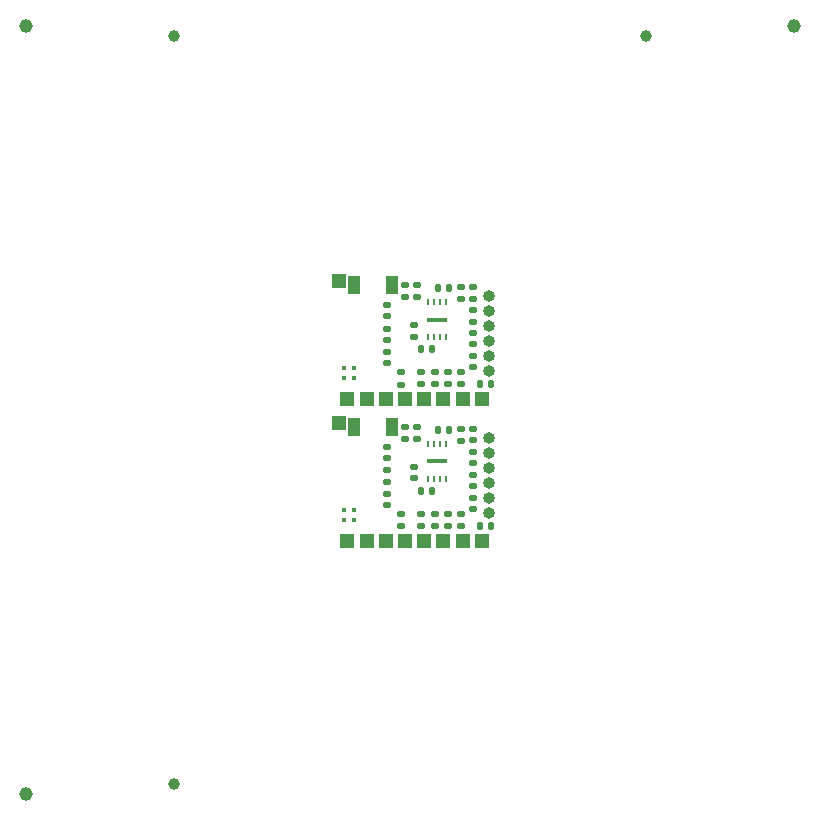
<source format=gbs>
G04 #@! TF.GenerationSoftware,KiCad,Pcbnew,7.0.2-6a45011f42~172~ubuntu22.04.1*
G04 #@! TF.CreationDate,2023-05-27T08:42:39+08:00*
G04 #@! TF.ProjectId,panel_2_1,70616e65-6c5f-4325-9f31-2e6b69636164,rev?*
G04 #@! TF.SameCoordinates,Original*
G04 #@! TF.FileFunction,Soldermask,Bot*
G04 #@! TF.FilePolarity,Negative*
%FSLAX46Y46*%
G04 Gerber Fmt 4.6, Leading zero omitted, Abs format (unit mm)*
G04 Created by KiCad (PCBNEW 7.0.2-6a45011f42~172~ubuntu22.04.1) date 2023-05-27 08:42:39*
%MOMM*%
%LPD*%
G01*
G04 APERTURE LIST*
G04 Aperture macros list*
%AMRoundRect*
0 Rectangle with rounded corners*
0 $1 Rounding radius*
0 $2 $3 $4 $5 $6 $7 $8 $9 X,Y pos of 4 corners*
0 Add a 4 corners polygon primitive as box body*
4,1,4,$2,$3,$4,$5,$6,$7,$8,$9,$2,$3,0*
0 Add four circle primitives for the rounded corners*
1,1,$1+$1,$2,$3*
1,1,$1+$1,$4,$5*
1,1,$1+$1,$6,$7*
1,1,$1+$1,$8,$9*
0 Add four rect primitives between the rounded corners*
20,1,$1+$1,$2,$3,$4,$5,0*
20,1,$1+$1,$4,$5,$6,$7,0*
20,1,$1+$1,$6,$7,$8,$9,0*
20,1,$1+$1,$8,$9,$2,$3,0*%
G04 Aperture macros list end*
%ADD10R,1.200000X1.200000*%
%ADD11C,1.152000*%
%ADD12O,1.000000X1.000000*%
%ADD13R,0.450000X0.450000*%
%ADD14RoundRect,0.135000X-0.185000X0.135000X-0.185000X-0.135000X0.185000X-0.135000X0.185000X0.135000X0*%
%ADD15RoundRect,0.140000X-0.170000X0.140000X-0.170000X-0.140000X0.170000X-0.140000X0.170000X0.140000X0*%
%ADD16RoundRect,0.140000X-0.140000X-0.170000X0.140000X-0.170000X0.140000X0.170000X-0.140000X0.170000X0*%
%ADD17RoundRect,0.140000X0.140000X0.170000X-0.140000X0.170000X-0.140000X-0.170000X0.140000X-0.170000X0*%
%ADD18RoundRect,0.140000X0.170000X-0.140000X0.170000X0.140000X-0.170000X0.140000X-0.170000X-0.140000X0*%
%ADD19C,1.000000*%
%ADD20RoundRect,0.135000X0.185000X-0.135000X0.185000X0.135000X-0.185000X0.135000X-0.185000X-0.135000X0*%
%ADD21R,0.280000X0.600000*%
%ADD22R,1.700000X0.300000*%
%ADD23R,1.000000X1.524000*%
G04 APERTURE END LIST*
D10*
G04 #@! TO.C,J6*
X31310000Y-34100000D03*
G04 #@! TD*
G04 #@! TO.C,J7*
X29677500Y-34100000D03*
G04 #@! TD*
G04 #@! TO.C,J3*
X36187500Y-34100000D03*
G04 #@! TD*
D11*
G04 #@! TO.C,REF\u002A\u002A*
X2500000Y-67500000D03*
G04 #@! TD*
G04 #@! TO.C,REF\u002A\u002A*
X67500000Y-2500000D03*
G04 #@! TD*
G04 #@! TO.C,REF\u002A\u002A*
X2500000Y-2500000D03*
G04 #@! TD*
D10*
G04 #@! TO.C,J5*
X39442500Y-34100000D03*
G04 #@! TD*
G04 #@! TO.C,J7*
X29677500Y-46100000D03*
G04 #@! TD*
D12*
G04 #@! TO.C,J8*
X41700000Y-31700000D03*
X41700000Y-30430000D03*
X41700000Y-29160000D03*
X41700000Y-27890000D03*
X41700000Y-26620000D03*
X41700000Y-25350000D03*
G04 #@! TD*
D10*
G04 #@! TO.C,J1*
X28930000Y-36110000D03*
G04 #@! TD*
G04 #@! TO.C,J2*
X34560000Y-34100000D03*
G04 #@! TD*
G04 #@! TO.C,J6*
X31310000Y-46100000D03*
G04 #@! TD*
G04 #@! TO.C,J1*
X28930000Y-24110000D03*
G04 #@! TD*
G04 #@! TO.C,J3*
X36187500Y-46100000D03*
G04 #@! TD*
G04 #@! TO.C,J10*
X41070000Y-34100000D03*
G04 #@! TD*
G04 #@! TO.C,J5*
X39442500Y-46100000D03*
G04 #@! TD*
G04 #@! TO.C,J4*
X37815000Y-46100000D03*
G04 #@! TD*
G04 #@! TO.C,J4*
X37815000Y-34100000D03*
G04 #@! TD*
G04 #@! TO.C,J9*
X32932500Y-34100000D03*
G04 #@! TD*
G04 #@! TO.C,J2*
X34560000Y-46100000D03*
G04 #@! TD*
G04 #@! TO.C,J9*
X32932500Y-46100000D03*
G04 #@! TD*
G04 #@! TO.C,J10*
X41070000Y-46100000D03*
G04 #@! TD*
D12*
G04 #@! TO.C,J8*
X41700000Y-43700000D03*
X41700000Y-42430000D03*
X41700000Y-41160000D03*
X41700000Y-39890000D03*
X41700000Y-38620000D03*
X41700000Y-37350000D03*
G04 #@! TD*
D13*
G04 #@! TO.C,U5*
X29405000Y-31495000D03*
X29405000Y-32345000D03*
X30255000Y-31495000D03*
X30255000Y-32345000D03*
G04 #@! TD*
D14*
G04 #@! TO.C,R11*
X39310000Y-43830000D03*
X39310000Y-44850000D03*
G04 #@! TD*
D15*
G04 #@! TO.C,C4*
X33070000Y-30120000D03*
X33070000Y-31080000D03*
G04 #@! TD*
D14*
G04 #@! TO.C,R8*
X35940000Y-31830000D03*
X35940000Y-32850000D03*
G04 #@! TD*
D16*
G04 #@! TO.C,C12*
X37330000Y-24680000D03*
X38290000Y-24680000D03*
G04 #@! TD*
D14*
G04 #@! TO.C,R9*
X37070000Y-31830000D03*
X37070000Y-32850000D03*
G04 #@! TD*
D17*
G04 #@! TO.C,C6*
X41860000Y-44850000D03*
X40900000Y-44850000D03*
G04 #@! TD*
D18*
G04 #@! TO.C,C8*
X40340000Y-31395000D03*
X40340000Y-30435000D03*
G04 #@! TD*
D14*
G04 #@! TO.C,R5*
X34590000Y-36455000D03*
X34590000Y-37475000D03*
G04 #@! TD*
D19*
G04 #@! TO.C,REF\u002A\u002A*
X15000000Y-3350000D03*
G04 #@! TD*
D15*
G04 #@! TO.C,C4*
X33070000Y-42120000D03*
X33070000Y-43080000D03*
G04 #@! TD*
G04 #@! TO.C,C13*
X33070000Y-26130000D03*
X33070000Y-27090000D03*
G04 #@! TD*
D14*
G04 #@! TO.C,R8*
X35940000Y-43830000D03*
X35940000Y-44850000D03*
G04 #@! TD*
G04 #@! TO.C,R9*
X37070000Y-43830000D03*
X37070000Y-44850000D03*
G04 #@! TD*
G04 #@! TO.C,R10*
X38180000Y-31830000D03*
X38180000Y-32850000D03*
G04 #@! TD*
G04 #@! TO.C,R11*
X39310000Y-31830000D03*
X39310000Y-32850000D03*
G04 #@! TD*
G04 #@! TO.C,R5*
X34590000Y-24455000D03*
X34590000Y-25475000D03*
G04 #@! TD*
G04 #@! TO.C,R6*
X35615000Y-24455000D03*
X35615000Y-25475000D03*
G04 #@! TD*
D18*
G04 #@! TO.C,C10*
X40340000Y-39525000D03*
X40340000Y-38565000D03*
G04 #@! TD*
D20*
G04 #@! TO.C,R2*
X34180000Y-44860000D03*
X34180000Y-43840000D03*
G04 #@! TD*
D19*
G04 #@! TO.C,REF\u002A\u002A*
X15000000Y-66650000D03*
G04 #@! TD*
D18*
G04 #@! TO.C,C5*
X40340000Y-29460000D03*
X40340000Y-28500000D03*
G04 #@! TD*
D15*
G04 #@! TO.C,C11*
X40340000Y-36630000D03*
X40340000Y-37590000D03*
G04 #@! TD*
G04 #@! TO.C,C9*
X39310000Y-24640000D03*
X39310000Y-25600000D03*
G04 #@! TD*
D14*
G04 #@! TO.C,R6*
X35615000Y-36455000D03*
X35615000Y-37475000D03*
G04 #@! TD*
D16*
G04 #@! TO.C,C12*
X37330000Y-36680000D03*
X38290000Y-36680000D03*
G04 #@! TD*
D15*
G04 #@! TO.C,C11*
X40340000Y-24630000D03*
X40340000Y-25590000D03*
G04 #@! TD*
D19*
G04 #@! TO.C,REF\u002A\u002A*
X55000000Y-3350000D03*
G04 #@! TD*
D17*
G04 #@! TO.C,C2*
X36880000Y-29880000D03*
X35920000Y-29880000D03*
G04 #@! TD*
D18*
G04 #@! TO.C,C8*
X40340000Y-43395000D03*
X40340000Y-42435000D03*
G04 #@! TD*
G04 #@! TO.C,C7*
X33070000Y-41085000D03*
X33070000Y-40125000D03*
G04 #@! TD*
G04 #@! TO.C,C14*
X35340000Y-28810000D03*
X35340000Y-27850000D03*
G04 #@! TD*
D13*
G04 #@! TO.C,U5*
X29405000Y-43495000D03*
X29405000Y-44345000D03*
X30255000Y-43495000D03*
X30255000Y-44345000D03*
G04 #@! TD*
D15*
G04 #@! TO.C,C13*
X33070000Y-38130000D03*
X33070000Y-39090000D03*
G04 #@! TD*
D21*
G04 #@! TO.C,U2*
X36540000Y-37861000D03*
X37040000Y-37861000D03*
X37540000Y-37861000D03*
X38040000Y-37861000D03*
X38040000Y-40875000D03*
X37540000Y-40875000D03*
X37040000Y-40875000D03*
X36540000Y-40875000D03*
D22*
X37290000Y-39368000D03*
G04 #@! TD*
D18*
G04 #@! TO.C,C14*
X35340000Y-40810000D03*
X35340000Y-39850000D03*
G04 #@! TD*
G04 #@! TO.C,C10*
X40340000Y-27525000D03*
X40340000Y-26565000D03*
G04 #@! TD*
D21*
G04 #@! TO.C,U2*
X36540000Y-25861000D03*
X37040000Y-25861000D03*
X37540000Y-25861000D03*
X38040000Y-25861000D03*
X38040000Y-28875000D03*
X37540000Y-28875000D03*
X37040000Y-28875000D03*
X36540000Y-28875000D03*
D22*
X37290000Y-27368000D03*
G04 #@! TD*
D17*
G04 #@! TO.C,C2*
X36880000Y-41880000D03*
X35920000Y-41880000D03*
G04 #@! TD*
D14*
G04 #@! TO.C,R10*
X38180000Y-43830000D03*
X38180000Y-44850000D03*
G04 #@! TD*
D18*
G04 #@! TO.C,C5*
X40340000Y-41460000D03*
X40340000Y-40500000D03*
G04 #@! TD*
G04 #@! TO.C,C7*
X33070000Y-29085000D03*
X33070000Y-28125000D03*
G04 #@! TD*
D23*
G04 #@! TO.C,SW1*
X33470000Y-24455000D03*
X30270000Y-24455000D03*
G04 #@! TD*
G04 #@! TO.C,SW1*
X33470000Y-36455000D03*
X30270000Y-36455000D03*
G04 #@! TD*
D20*
G04 #@! TO.C,R2*
X34180000Y-32860000D03*
X34180000Y-31840000D03*
G04 #@! TD*
D17*
G04 #@! TO.C,C6*
X41860000Y-32850000D03*
X40900000Y-32850000D03*
G04 #@! TD*
D15*
G04 #@! TO.C,C9*
X39310000Y-36640000D03*
X39310000Y-37600000D03*
G04 #@! TD*
M02*

</source>
